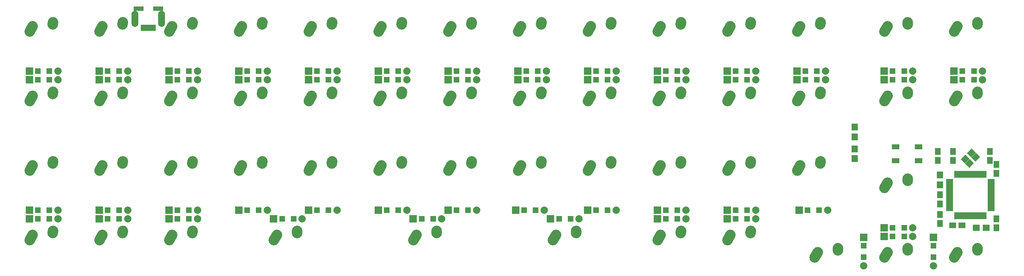
<source format=gbr>
G04 #@! TF.FileFunction,Soldermask,Bot*
%FSLAX46Y46*%
G04 Gerber Fmt 4.6, Leading zero omitted, Abs format (unit mm)*
G04 Created by KiCad (PCBNEW 4.0.7) date 07/11/18 03:04:03*
%MOMM*%
%LPD*%
G01*
G04 APERTURE LIST*
%ADD10C,0.100000*%
%ADD11R,1.650000X1.900000*%
%ADD12R,1.900000X1.650000*%
%ADD13R,1.600000X1.600000*%
%ADD14R,2.000000X2.000000*%
%ADD15C,2.000000*%
%ADD16R,2.750000X1.200000*%
%ADD17R,0.900000X1.800000*%
%ADD18O,1.900000X4.400000*%
%ADD19C,2.900000*%
%ADD20R,1.700000X1.900000*%
%ADD21R,1.900000X1.700000*%
%ADD22R,2.100000X1.400000*%
%ADD23R,1.900000X0.950000*%
%ADD24R,0.950000X1.900000*%
G04 APERTURE END LIST*
D10*
D11*
X272057813Y-58995313D03*
X272057813Y-56495313D03*
X282178125Y-58995313D03*
X282178125Y-56495313D03*
X283964063Y-77450000D03*
X283964063Y-74950000D03*
X283964063Y-62567188D03*
X283964063Y-60067188D03*
X268485938Y-68401563D03*
X268485938Y-70901563D03*
X267890625Y-58995313D03*
X267890625Y-56495313D03*
D12*
X271998438Y-76795313D03*
X274498438Y-76795313D03*
D11*
X268485938Y-76259375D03*
X268485938Y-73759375D03*
D13*
X25387500Y-34528125D03*
X22237500Y-34528125D03*
D14*
X19912500Y-34528125D03*
D15*
X27712500Y-34528125D03*
D13*
X25387500Y-36909375D03*
X22237500Y-36909375D03*
D14*
X19912500Y-36909375D03*
D15*
X27712500Y-36909375D03*
D13*
X25387500Y-72628125D03*
X22237500Y-72628125D03*
D14*
X19912500Y-72628125D03*
D15*
X27712500Y-72628125D03*
D13*
X25387500Y-75009375D03*
X22237500Y-75009375D03*
D14*
X19912500Y-75009375D03*
D15*
X27712500Y-75009375D03*
D13*
X44437500Y-34528125D03*
X41287500Y-34528125D03*
D14*
X38962500Y-34528125D03*
D15*
X46762500Y-34528125D03*
D13*
X44437500Y-36909375D03*
X41287500Y-36909375D03*
D14*
X38962500Y-36909375D03*
D15*
X46762500Y-36909375D03*
D13*
X44437500Y-72628125D03*
X41287500Y-72628125D03*
D14*
X38962500Y-72628125D03*
D15*
X46762500Y-72628125D03*
D13*
X44437500Y-75009375D03*
X41287500Y-75009375D03*
D14*
X38962500Y-75009375D03*
D15*
X46762500Y-75009375D03*
D13*
X63487500Y-34528125D03*
X60337500Y-34528125D03*
D14*
X58012500Y-34528125D03*
D15*
X65812500Y-34528125D03*
D13*
X63487500Y-36909375D03*
X60337500Y-36909375D03*
D14*
X58012500Y-36909375D03*
D15*
X65812500Y-36909375D03*
D13*
X63487500Y-72628125D03*
X60337500Y-72628125D03*
D14*
X58012500Y-72628125D03*
D15*
X65812500Y-72628125D03*
D13*
X63487500Y-75009375D03*
X60337500Y-75009375D03*
D14*
X58012500Y-75009375D03*
D15*
X65812500Y-75009375D03*
D13*
X82537500Y-34528125D03*
X79387500Y-34528125D03*
D14*
X77062500Y-34528125D03*
D15*
X84862500Y-34528125D03*
D13*
X82537500Y-36909375D03*
X79387500Y-36909375D03*
D14*
X77062500Y-36909375D03*
D15*
X84862500Y-36909375D03*
D13*
X82537500Y-72628125D03*
X79387500Y-72628125D03*
D14*
X77062500Y-72628125D03*
D15*
X84862500Y-72628125D03*
D13*
X92062500Y-75009375D03*
X88912500Y-75009375D03*
D14*
X86587500Y-75009375D03*
D15*
X94387500Y-75009375D03*
D13*
X101587500Y-34528125D03*
X98437500Y-34528125D03*
D14*
X96112500Y-34528125D03*
D15*
X103912500Y-34528125D03*
D13*
X101587500Y-36909375D03*
X98437500Y-36909375D03*
D14*
X96112500Y-36909375D03*
D15*
X103912500Y-36909375D03*
D13*
X101587500Y-72628125D03*
X98437500Y-72628125D03*
D14*
X96112500Y-72628125D03*
D15*
X103912500Y-72628125D03*
D13*
X120637500Y-34528125D03*
X117487500Y-34528125D03*
D14*
X115162500Y-34528125D03*
D15*
X122962500Y-34528125D03*
D13*
X120637500Y-36909375D03*
X117487500Y-36909375D03*
D14*
X115162500Y-36909375D03*
D15*
X122962500Y-36909375D03*
D13*
X120637500Y-72628125D03*
X117487500Y-72628125D03*
D14*
X115162500Y-72628125D03*
D15*
X122962500Y-72628125D03*
D13*
X130162500Y-75009375D03*
X127012500Y-75009375D03*
D14*
X124687500Y-75009375D03*
D15*
X132487500Y-75009375D03*
D13*
X139687500Y-34528125D03*
X136537500Y-34528125D03*
D14*
X134212500Y-34528125D03*
D15*
X142012500Y-34528125D03*
D13*
X139687500Y-36909375D03*
X136537500Y-36909375D03*
D14*
X134212500Y-36909375D03*
D15*
X142012500Y-36909375D03*
D13*
X139687500Y-72628125D03*
X136537500Y-72628125D03*
D14*
X134212500Y-72628125D03*
D15*
X142012500Y-72628125D03*
D13*
X158737500Y-34528125D03*
X155587500Y-34528125D03*
D14*
X153262500Y-34528125D03*
D15*
X161062500Y-34528125D03*
D13*
X158737500Y-36909375D03*
X155587500Y-36909375D03*
D14*
X153262500Y-36909375D03*
D15*
X161062500Y-36909375D03*
D13*
X158142188Y-72628125D03*
X154992188Y-72628125D03*
D14*
X152667188Y-72628125D03*
D15*
X160467188Y-72628125D03*
D13*
X167667188Y-75009375D03*
X164517188Y-75009375D03*
D14*
X162192188Y-75009375D03*
D15*
X169992188Y-75009375D03*
D13*
X177787500Y-34528125D03*
X174637500Y-34528125D03*
D14*
X172312500Y-34528125D03*
D15*
X180112500Y-34528125D03*
D13*
X177787500Y-36909375D03*
X174637500Y-36909375D03*
D14*
X172312500Y-36909375D03*
D15*
X180112500Y-36909375D03*
D13*
X177787500Y-72628125D03*
X174637500Y-72628125D03*
D14*
X172312500Y-72628125D03*
D15*
X180112500Y-72628125D03*
D13*
X196837500Y-34528125D03*
X193687500Y-34528125D03*
D14*
X191362500Y-34528125D03*
D15*
X199162500Y-34528125D03*
D13*
X196837500Y-36909375D03*
X193687500Y-36909375D03*
D14*
X191362500Y-36909375D03*
D15*
X199162500Y-36909375D03*
D13*
X196837500Y-72628125D03*
X193687500Y-72628125D03*
D14*
X191362500Y-72628125D03*
D15*
X199162500Y-72628125D03*
D13*
X196837500Y-75009375D03*
X193687500Y-75009375D03*
D14*
X191362500Y-75009375D03*
D15*
X199162500Y-75009375D03*
D13*
X215887500Y-34528125D03*
X212737500Y-34528125D03*
D14*
X210412500Y-34528125D03*
D15*
X218212500Y-34528125D03*
D13*
X215887500Y-36909375D03*
X212737500Y-36909375D03*
D14*
X210412500Y-36909375D03*
D15*
X218212500Y-36909375D03*
D13*
X215887500Y-72628125D03*
X212737500Y-72628125D03*
D14*
X210412500Y-72628125D03*
D15*
X218212500Y-72628125D03*
D13*
X215887500Y-75009375D03*
X212737500Y-75009375D03*
D14*
X210412500Y-75009375D03*
D15*
X218212500Y-75009375D03*
D13*
X234937500Y-34528125D03*
X231787500Y-34528125D03*
D14*
X229462500Y-34528125D03*
D15*
X237262500Y-34528125D03*
D13*
X234937500Y-36909375D03*
X231787500Y-36909375D03*
D14*
X229462500Y-36909375D03*
D15*
X237262500Y-36909375D03*
D13*
X235532813Y-72628125D03*
X232382813Y-72628125D03*
D14*
X230057813Y-72628125D03*
D15*
X237857813Y-72628125D03*
D13*
X247650000Y-85514063D03*
X247650000Y-82364063D03*
D14*
X247650000Y-80039063D03*
D15*
X247650000Y-87839063D03*
D13*
X258750000Y-34528125D03*
X255600000Y-34528125D03*
D14*
X253275000Y-34528125D03*
D15*
X261075000Y-34528125D03*
D13*
X258750000Y-36909375D03*
X255600000Y-36909375D03*
D14*
X253275000Y-36909375D03*
D15*
X261075000Y-36909375D03*
D13*
X258750000Y-77390625D03*
X255600000Y-77390625D03*
D14*
X253275000Y-77390625D03*
D15*
X261075000Y-77390625D03*
D13*
X258750000Y-79771875D03*
X255600000Y-79771875D03*
D14*
X253275000Y-79771875D03*
D15*
X261075000Y-79771875D03*
D13*
X277800000Y-34528125D03*
X274650000Y-34528125D03*
D14*
X272325000Y-34528125D03*
D15*
X280125000Y-34528125D03*
D13*
X277800000Y-36909375D03*
X274650000Y-36909375D03*
D14*
X272325000Y-36909375D03*
D15*
X280125000Y-36909375D03*
D13*
X266700000Y-85514063D03*
X266700000Y-82364063D03*
D14*
X266700000Y-80039063D03*
D15*
X266700000Y-87839063D03*
D16*
X55062500Y-17421875D03*
X49712500Y-17421875D03*
D17*
X50787500Y-22621875D03*
X51587500Y-22621875D03*
X52387500Y-22621875D03*
X53187500Y-22621875D03*
X53987500Y-22621875D03*
D18*
X48737500Y-20221875D03*
X56037500Y-20221875D03*
D19*
X230362953Y-41243796D02*
X229552047Y-42703704D01*
X235902224Y-40164422D02*
X235862776Y-40743078D01*
X211312953Y-60293796D02*
X210502047Y-61753704D01*
X216852224Y-59214422D02*
X216812776Y-59793078D01*
X211312953Y-41243796D02*
X210502047Y-42703704D01*
X216852224Y-40164422D02*
X216812776Y-40743078D01*
X173212953Y-60293796D02*
X172402047Y-61753704D01*
X178752224Y-59214422D02*
X178712776Y-59793078D01*
X192262953Y-60293796D02*
X191452047Y-61753704D01*
X197802224Y-59214422D02*
X197762776Y-59793078D01*
X39862953Y-41243796D02*
X39052047Y-42703704D01*
X45402224Y-40164422D02*
X45362776Y-40743078D01*
X116062953Y-60293796D02*
X115252047Y-61753704D01*
X121602224Y-59214422D02*
X121562776Y-59793078D01*
X230362953Y-22193796D02*
X229552047Y-23653704D01*
X235902224Y-21114422D02*
X235862776Y-21693078D01*
X254175453Y-41243796D02*
X253364547Y-42703704D01*
X259714724Y-40164422D02*
X259675276Y-40743078D01*
X273225453Y-41243796D02*
X272414547Y-42703704D01*
X278764724Y-40164422D02*
X278725276Y-40743078D01*
X77962953Y-60293796D02*
X77152047Y-61753704D01*
X83502224Y-59214422D02*
X83462776Y-59793078D01*
X20812953Y-79343796D02*
X20002047Y-80803704D01*
X26352224Y-78264422D02*
X26312776Y-78843078D01*
X77962953Y-41243796D02*
X77152047Y-42703704D01*
X83502224Y-40164422D02*
X83462776Y-40743078D01*
X254175453Y-84106296D02*
X253364547Y-85566204D01*
X259714724Y-83026922D02*
X259675276Y-83605578D01*
X77962953Y-22193796D02*
X77152047Y-23653704D01*
X83502224Y-21114422D02*
X83462776Y-21693078D01*
X20812953Y-41243796D02*
X20002047Y-42703704D01*
X26352224Y-40164422D02*
X26312776Y-40743078D01*
X97012953Y-41243796D02*
X96202047Y-42703704D01*
X102552224Y-40164422D02*
X102512776Y-40743078D01*
X211312953Y-79343796D02*
X210502047Y-80803704D01*
X216852224Y-78264422D02*
X216812776Y-78843078D01*
X116062953Y-41243796D02*
X115252047Y-42703704D01*
X121602224Y-40164422D02*
X121562776Y-40743078D01*
X135112953Y-41243796D02*
X134302047Y-42703704D01*
X140652224Y-40164422D02*
X140612776Y-40743078D01*
X173212953Y-22193796D02*
X172402047Y-23653704D01*
X178752224Y-21114422D02*
X178712776Y-21693078D01*
X154162953Y-41243796D02*
X153352047Y-42703704D01*
X159702224Y-40164422D02*
X159662776Y-40743078D01*
X173212953Y-41243796D02*
X172402047Y-42703704D01*
X178752224Y-40164422D02*
X178712776Y-40743078D01*
X192262953Y-41243796D02*
X191452047Y-42703704D01*
X197802224Y-40164422D02*
X197762776Y-40743078D01*
X58912953Y-79343796D02*
X58102047Y-80803704D01*
X64452224Y-78264422D02*
X64412776Y-78843078D01*
X235125453Y-84106296D02*
X234314547Y-85566204D01*
X240664724Y-83026922D02*
X240625276Y-83605578D01*
X20812953Y-60293796D02*
X20002047Y-61753704D01*
X26352224Y-59214422D02*
X26312776Y-59793078D01*
X87487953Y-79343796D02*
X86677047Y-80803704D01*
X93027224Y-78264422D02*
X92987776Y-78843078D01*
X154162953Y-60293796D02*
X153352047Y-61753704D01*
X159702224Y-59214422D02*
X159662776Y-59793078D01*
X125587953Y-79343796D02*
X124777047Y-80803704D01*
X131127224Y-78264422D02*
X131087776Y-78843078D01*
X135112953Y-60293796D02*
X134302047Y-61753704D01*
X140652224Y-59214422D02*
X140612776Y-59793078D01*
X192262953Y-22193796D02*
X191452047Y-23653704D01*
X197802224Y-21114422D02*
X197762776Y-21693078D01*
X211312953Y-22193796D02*
X210502047Y-23653704D01*
X216852224Y-21114422D02*
X216812776Y-21693078D01*
X39862953Y-22193796D02*
X39052047Y-23653704D01*
X45402224Y-21114422D02*
X45362776Y-21693078D01*
X97012953Y-22193796D02*
X96202047Y-23653704D01*
X102552224Y-21114422D02*
X102512776Y-21693078D01*
X192262953Y-79343796D02*
X191452047Y-80803704D01*
X197802224Y-78264422D02*
X197762776Y-78843078D01*
X273225453Y-84106296D02*
X272414547Y-85566204D01*
X278764724Y-83026922D02*
X278725276Y-83605578D01*
X230362953Y-60293796D02*
X229552047Y-61753704D01*
X235902224Y-59214422D02*
X235862776Y-59793078D01*
X163687953Y-79343796D02*
X162877047Y-80803704D01*
X169227224Y-78264422D02*
X169187776Y-78843078D01*
X58912953Y-41243796D02*
X58102047Y-42703704D01*
X64452224Y-40164422D02*
X64412776Y-40743078D01*
X116062953Y-22193796D02*
X115252047Y-23653704D01*
X121602224Y-21114422D02*
X121562776Y-21693078D01*
X20812953Y-22193796D02*
X20002047Y-23653704D01*
X26352224Y-21114422D02*
X26312776Y-21693078D01*
X254175453Y-22193796D02*
X253364547Y-23653704D01*
X259714724Y-21114422D02*
X259675276Y-21693078D01*
X273225453Y-22193796D02*
X272414547Y-23653704D01*
X278764724Y-21114422D02*
X278725276Y-21693078D01*
X154162953Y-22193796D02*
X153352047Y-23653704D01*
X159702224Y-21114422D02*
X159662776Y-21693078D01*
X254175453Y-65056296D02*
X253364547Y-66516204D01*
X259714724Y-63976922D02*
X259675276Y-64555578D01*
X97012953Y-60293796D02*
X96202047Y-61753704D01*
X102552224Y-59214422D02*
X102512776Y-59793078D01*
X58912953Y-22193796D02*
X58102047Y-23653704D01*
X64452224Y-21114422D02*
X64412776Y-21693078D01*
X39862953Y-79343796D02*
X39052047Y-80803704D01*
X45402224Y-78264422D02*
X45362776Y-78843078D01*
X58912953Y-60293796D02*
X58102047Y-61753704D01*
X64452224Y-59214422D02*
X64412776Y-59793078D01*
X135112953Y-22193796D02*
X134302047Y-23653704D01*
X140652224Y-21114422D02*
X140612776Y-21693078D01*
X39862953Y-60293796D02*
X39052047Y-61753704D01*
X45402224Y-59214422D02*
X45362776Y-59793078D01*
D20*
X268485938Y-62943750D03*
X268485938Y-65643750D03*
D21*
X278446875Y-77390625D03*
X281146875Y-77390625D03*
D20*
X245268750Y-58500000D03*
X245268750Y-55800000D03*
X245268750Y-52546875D03*
X245268750Y-49846875D03*
D22*
X256406250Y-59050000D03*
X262706250Y-59050000D03*
X256406250Y-55250000D03*
X262706250Y-55250000D03*
D23*
X271120313Y-72460938D03*
X271120313Y-71660938D03*
X271120313Y-70860938D03*
X271120313Y-70060938D03*
X271120313Y-69260938D03*
X271120313Y-68460938D03*
X271120313Y-67660938D03*
X271120313Y-66860938D03*
X271120313Y-66060938D03*
X271120313Y-65260938D03*
X271120313Y-64460938D03*
D24*
X272820313Y-62760938D03*
X273620313Y-62760938D03*
X274420313Y-62760938D03*
X275220313Y-62760938D03*
X276020313Y-62760938D03*
X276820313Y-62760938D03*
X277620313Y-62760938D03*
X278420313Y-62760938D03*
X279220313Y-62760938D03*
X280020313Y-62760938D03*
X280820313Y-62760938D03*
D23*
X282520313Y-64460938D03*
X282520313Y-65260938D03*
X282520313Y-66060938D03*
X282520313Y-66860938D03*
X282520313Y-67660938D03*
X282520313Y-68460938D03*
X282520313Y-69260938D03*
X282520313Y-70060938D03*
X282520313Y-70860938D03*
X282520313Y-71660938D03*
X282520313Y-72460938D03*
D24*
X280820313Y-74160938D03*
X280020313Y-74160938D03*
X279220313Y-74160938D03*
X278420313Y-74160938D03*
X277620313Y-74160938D03*
X276820313Y-74160938D03*
X276020313Y-74160938D03*
X275220313Y-74160938D03*
X274420313Y-74160938D03*
X273620313Y-74160938D03*
X272820313Y-74160938D03*
D10*
G36*
X276502115Y-60992276D02*
X275370744Y-59860905D01*
X276643537Y-58588112D01*
X277774908Y-59719483D01*
X276502115Y-60992276D01*
X276502115Y-60992276D01*
G37*
G36*
X278199171Y-59295220D02*
X277067800Y-58163849D01*
X278340593Y-56891056D01*
X279471964Y-58022427D01*
X278199171Y-59295220D01*
X278199171Y-59295220D01*
G37*
G36*
X275300033Y-59790194D02*
X274168662Y-58658823D01*
X275441455Y-57386030D01*
X276572826Y-58517401D01*
X275300033Y-59790194D01*
X275300033Y-59790194D01*
G37*
G36*
X276997089Y-58093138D02*
X275865718Y-56961767D01*
X277138511Y-55688974D01*
X278269882Y-56820345D01*
X276997089Y-58093138D01*
X276997089Y-58093138D01*
G37*
M02*

</source>
